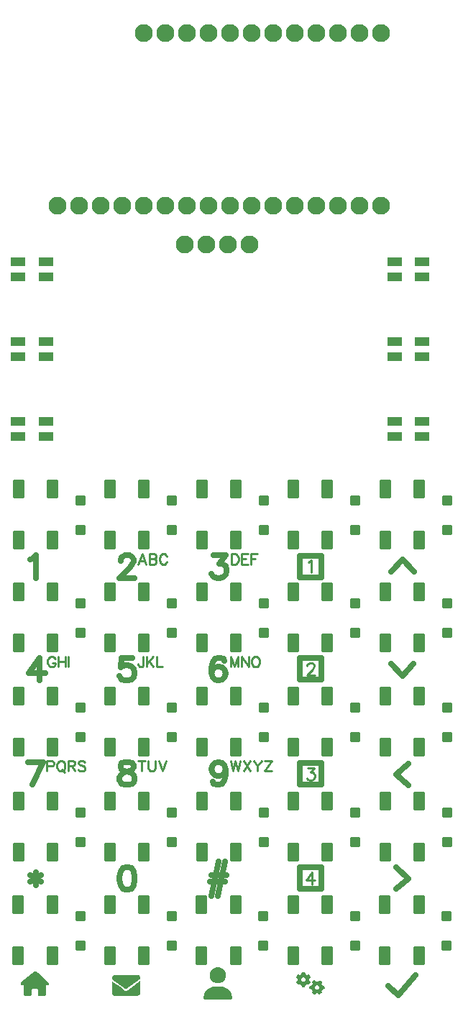
<source format=gts>
G04 Layer: TopSolderMaskLayer*
G04 EasyEDA v6.5.22, 2022-11-13 20:13:56*
G04 b6ff6bc9bab445359ce0fdefb00da0e9,a2731e2ff01b41edbee4f831c5fec297,10*
G04 Gerber Generator version 0.2*
G04 Scale: 100 percent, Rotated: No, Reflected: No *
G04 Dimensions in millimeters *
G04 leading zeros omitted , absolute positions ,4 integer and 5 decimal *
%FSLAX45Y45*%
%MOMM*%

%AMMACRO1*1,1,$1,$2,$3*1,1,$1,$4,$5*1,1,$1,0-$2,0-$3*1,1,$1,0-$4,0-$5*20,1,$1,$2,$3,$4,$5,0*20,1,$1,$4,$5,0-$2,0-$3,0*20,1,$1,0-$2,0-$3,0-$4,0-$5,0*20,1,$1,0-$4,0-$5,$2,$3,0*4,1,4,$2,$3,$4,$5,0-$2,0-$3,0-$4,0-$5,$2,$3,0*%
%ADD10C,0.6350*%
%ADD11C,0.2540*%
%ADD12MACRO1,0.1016X0.5X0.55X0.5X-0.55*%
%ADD13MACRO1,0.1016X-0.7725X0.4985X0.7725X0.4985*%
%ADD14MACRO1,0.1016X0.6X1.05X0.6X-1.05*%
%ADD15C,2.1016*%
%ADD16C,0.0124*%

%LPD*%
G36*
X878840Y515010D02*
G01*
X845058Y486257D01*
X724052Y381152D01*
X719226Y372262D01*
X719175Y361137D01*
X730656Y349656D01*
X756564Y349656D01*
X756564Y237236D01*
X762508Y225653D01*
X774598Y219405D01*
X834898Y220675D01*
X839317Y224637D01*
X841248Y226618D01*
X843229Y229260D01*
X845007Y232105D01*
X846429Y234899D01*
X849121Y241198D01*
X849121Y300177D01*
X858621Y311251D01*
X912418Y311251D01*
X921969Y300177D01*
X921969Y241198D01*
X924610Y234899D01*
X926033Y232105D01*
X927811Y229260D01*
X929792Y226618D01*
X931722Y224637D01*
X936142Y220675D01*
X996442Y219405D01*
X1008532Y225653D01*
X1014476Y237236D01*
X1014476Y349656D01*
X1039571Y349656D01*
X1049782Y357682D01*
X1052322Y371297D01*
X1049121Y376224D01*
X1042314Y382879D01*
X1026058Y397764D01*
X970483Y447395D01*
X921156Y490728D01*
X899210Y509371D01*
X891641Y515010D01*
G37*
G36*
X2103780Y471779D02*
G01*
X1813864Y471728D01*
X1800555Y462991D01*
X1792782Y448564D01*
X1792782Y442315D01*
X1793036Y439318D01*
X1793697Y435762D01*
X1794713Y432003D01*
X1795932Y428599D01*
X1799082Y421081D01*
X1951380Y306679D01*
X1967992Y307035D01*
X2116480Y418439D01*
X2123694Y429463D01*
X2126081Y446938D01*
X2116226Y464413D01*
G37*
G36*
X1792579Y398983D02*
G01*
X1793900Y251053D01*
X1802688Y236524D01*
X1820113Y224434D01*
X2092858Y223215D01*
X2111705Y232359D01*
X2124405Y250647D01*
X2125776Y398983D01*
X2121865Y396544D01*
X2019198Y319684D01*
X1997354Y303631D01*
X1978101Y290068D01*
X1969312Y285445D01*
X1948992Y285445D01*
X1940204Y290017D01*
X1929485Y297434D01*
X1886407Y329082D01*
X1824126Y375970D01*
X1796440Y396544D01*
G37*
G36*
X3027680Y560933D02*
G01*
X3007664Y554126D01*
X2996184Y549503D01*
X2992069Y547624D01*
X2984449Y543610D01*
X2958642Y516331D01*
X2946654Y485952D01*
X2946654Y445312D01*
X2958541Y414832D01*
X2989580Y383794D01*
X3020060Y371906D01*
X3060700Y371906D01*
X3091180Y383794D01*
X3122218Y414832D01*
X3134106Y445312D01*
X3134106Y485952D01*
X3122218Y516432D01*
X3091180Y547522D01*
X3060700Y558952D01*
G37*
G36*
X3088843Y334822D02*
G01*
X2989580Y334467D01*
X2975610Y330809D01*
X2968904Y328726D01*
X2960979Y325882D01*
X2952800Y322580D01*
X2945333Y319176D01*
X2929077Y311251D01*
X2898140Y280212D01*
X2881731Y249275D01*
X2876448Y225907D01*
X2875178Y218744D01*
X2874365Y212242D01*
X2874060Y207314D01*
X2874010Y197916D01*
X2879648Y185521D01*
X2892044Y179882D01*
X3188716Y179882D01*
X3201111Y185521D01*
X3206750Y197916D01*
X3206699Y207314D01*
X3206394Y212242D01*
X3205581Y218744D01*
X3202838Y232968D01*
X3198977Y249275D01*
X3182620Y280212D01*
X3151682Y311251D01*
X3135376Y319176D01*
X3127908Y322580D01*
X3119475Y325882D01*
X3111144Y328828D01*
X3103981Y330962D01*
G37*
G36*
X4046067Y505714D02*
G01*
X4040378Y505155D01*
X4030268Y503174D01*
X4027525Y495858D01*
X4025900Y490169D01*
X4024223Y481939D01*
X4005529Y470306D01*
X3994454Y473100D01*
X3987596Y474218D01*
X3979621Y474370D01*
X3973118Y465582D01*
X3969156Y458724D01*
X3964787Y448665D01*
X3966870Y440486D01*
X3980434Y429717D01*
X3980331Y417728D01*
X4022750Y417728D01*
X4023360Y422960D01*
X4025188Y428498D01*
X4027779Y434695D01*
X4039717Y441959D01*
X4055922Y441959D01*
X4066997Y435203D01*
X4072991Y422554D01*
X4072991Y417830D01*
X4072788Y415493D01*
X4071467Y409803D01*
X4068013Y401167D01*
X4056176Y392734D01*
X4039463Y392734D01*
X4027627Y401167D01*
X4025137Y407111D01*
X4023309Y412597D01*
X4022750Y417728D01*
X3980331Y417728D01*
X3980179Y405841D01*
X3965092Y392023D01*
X3965092Y383540D01*
X3975912Y364693D01*
X3984599Y359003D01*
X4003903Y365099D01*
X4024172Y353618D01*
X4025900Y345287D01*
X4027474Y339750D01*
X4030065Y332740D01*
X4039006Y328676D01*
X4056634Y328676D01*
X4065524Y332740D01*
X4068165Y339750D01*
X4069689Y345287D01*
X4071416Y353618D01*
X4091686Y365099D01*
X4110990Y359003D01*
X4119575Y364591D01*
X4125976Y375818D01*
X4128973Y382828D01*
X4129786Y385521D01*
X4130852Y390906D01*
X4115460Y405841D01*
X4114901Y429666D01*
X4128820Y440842D01*
X4130801Y448665D01*
X4126433Y458724D01*
X4122470Y465582D01*
X4115968Y474370D01*
X4108043Y474218D01*
X4101134Y473100D01*
X4090060Y470306D01*
X4071365Y481939D01*
X4069689Y490169D01*
X4068064Y495858D01*
X4065320Y503174D01*
X4055719Y504951D01*
X4050537Y505510D01*
G37*
G36*
X4239666Y407517D02*
G01*
X4230370Y403961D01*
X4220210Y391617D01*
X4197807Y391617D01*
X4188002Y401472D01*
X4185107Y403910D01*
X4182567Y405688D01*
X4180738Y406552D01*
X4177436Y407416D01*
X4155998Y397306D01*
X4149750Y387756D01*
X4155846Y368401D01*
X4144568Y348437D01*
X4131818Y345338D01*
X4123334Y342747D01*
X4119727Y336092D01*
X4119727Y316484D01*
X4183786Y316484D01*
X4183786Y333451D01*
X4192219Y345236D01*
X4200398Y348640D01*
X4206087Y349961D01*
X4213707Y350266D01*
X4227068Y342696D01*
X4233062Y332587D01*
X4233062Y316992D01*
X4225798Y305054D01*
X4213402Y299872D01*
X4201566Y299923D01*
X4193336Y305155D01*
X4190847Y307289D01*
X4188612Y309575D01*
X4186936Y311708D01*
X4183786Y316484D01*
X4119727Y316484D01*
X4119727Y313283D01*
X4125163Y305562D01*
X4145279Y301040D01*
X4147058Y296570D01*
X4149902Y291439D01*
X4155846Y281736D01*
X4149750Y262382D01*
X4155795Y253187D01*
X4169105Y245668D01*
X4172762Y243941D01*
X4175810Y242773D01*
X4177842Y242366D01*
X4181043Y242316D01*
X4198010Y257708D01*
X4220260Y257556D01*
X4234738Y241858D01*
X4246524Y244195D01*
X4262678Y254152D01*
X4266844Y262483D01*
X4261205Y282295D01*
X4264406Y286918D01*
X4267403Y291947D01*
X4272483Y301244D01*
X4281881Y303123D01*
X4287621Y304800D01*
X4294124Y307594D01*
X4298238Y320090D01*
X4296511Y337718D01*
X4290212Y344678D01*
X4270806Y348691D01*
X4270806Y350875D01*
X4270451Y352247D01*
X4267911Y357174D01*
X4261256Y367080D01*
X4264152Y378307D01*
X4265269Y385165D01*
X4265422Y392734D01*
X4257192Y398678D01*
X4250334Y402590D01*
G37*
D10*
X833221Y5360644D02*
G01*
X858621Y5373344D01*
X896721Y5411444D01*
X896721Y5144744D01*
X1894839Y5347970D02*
G01*
X1894839Y5360670D01*
X1907539Y5386070D01*
X1920239Y5398770D01*
X1945640Y5411470D01*
X1996440Y5411470D01*
X2021840Y5398770D01*
X2034540Y5386070D01*
X2047240Y5360670D01*
X2047240Y5335270D01*
X2034540Y5309870D01*
X2009140Y5271770D01*
X1882139Y5144770D01*
X2059940Y5144770D01*
X2992120Y5411470D02*
G01*
X3131820Y5411470D01*
X3055620Y5309870D01*
X3093720Y5309870D01*
X3119120Y5297170D01*
X3131820Y5284470D01*
X3144520Y5246370D01*
X3144520Y5220970D01*
X3131820Y5182870D01*
X3106420Y5157470D01*
X3068320Y5144770D01*
X3030220Y5144770D01*
X2992120Y5157470D01*
X2979420Y5170170D01*
X2966720Y5195570D01*
D11*
X2150618Y5427853D02*
G01*
X2104390Y5306695D01*
X2150618Y5427853D02*
G01*
X2196845Y5306695D01*
X2121661Y5347080D02*
G01*
X2179320Y5347080D01*
X2234945Y5427853D02*
G01*
X2234945Y5306695D01*
X2234945Y5427853D02*
G01*
X2286761Y5427853D01*
X2304034Y5422011D01*
X2309875Y5416422D01*
X2315718Y5404738D01*
X2315718Y5393309D01*
X2309875Y5381625D01*
X2304034Y5375782D01*
X2286761Y5370195D01*
X2234945Y5370195D02*
G01*
X2286761Y5370195D01*
X2304034Y5364353D01*
X2309875Y5358511D01*
X2315718Y5347080D01*
X2315718Y5329809D01*
X2309875Y5318125D01*
X2304034Y5312282D01*
X2286761Y5306695D01*
X2234945Y5306695D01*
X2440431Y5398896D02*
G01*
X2434590Y5410580D01*
X2423159Y5422011D01*
X2411475Y5427853D01*
X2388361Y5427853D01*
X2376931Y5422011D01*
X2365247Y5410580D01*
X2359659Y5398896D01*
X2353818Y5381625D01*
X2353818Y5352922D01*
X2359659Y5335396D01*
X2365247Y5323967D01*
X2376931Y5312282D01*
X2388361Y5306695D01*
X2411475Y5306695D01*
X2423159Y5312282D01*
X2434590Y5323967D01*
X2440431Y5335396D01*
X3201670Y5427979D02*
G01*
X3201670Y5306568D01*
X3201670Y5427979D02*
G01*
X3242056Y5427979D01*
X3259327Y5422137D01*
X3271011Y5410454D01*
X3276600Y5399023D01*
X3282441Y5381752D01*
X3282441Y5352795D01*
X3276600Y5335523D01*
X3271011Y5323839D01*
X3259327Y5312410D01*
X3242056Y5306568D01*
X3201670Y5306568D01*
X3320541Y5427979D02*
G01*
X3320541Y5306568D01*
X3320541Y5427979D02*
G01*
X3395725Y5427979D01*
X3320541Y5370068D02*
G01*
X3366770Y5370068D01*
X3320541Y5306568D02*
G01*
X3395725Y5306568D01*
X3433825Y5427979D02*
G01*
X3433825Y5306568D01*
X3433825Y5427979D02*
G01*
X3508756Y5427979D01*
X3433825Y5370068D02*
G01*
X3479800Y5370068D01*
D10*
X942339Y4202429D02*
G01*
X815339Y4024629D01*
X1005839Y4024629D01*
X942339Y4202429D02*
G01*
X942339Y3935729D01*
D11*
X1124204Y4189984D02*
G01*
X1118362Y4201413D01*
X1106931Y4213097D01*
X1095247Y4218939D01*
X1072134Y4218939D01*
X1060704Y4213097D01*
X1049020Y4201413D01*
X1043431Y4189984D01*
X1037589Y4172712D01*
X1037589Y4143755D01*
X1043431Y4126484D01*
X1049020Y4114800D01*
X1060704Y4103370D01*
X1072134Y4097528D01*
X1095247Y4097528D01*
X1106931Y4103370D01*
X1118362Y4114800D01*
X1124204Y4126484D01*
X1124204Y4143755D01*
X1095247Y4143755D02*
G01*
X1124204Y4143755D01*
X1162304Y4218939D02*
G01*
X1162304Y4097528D01*
X1243076Y4218939D02*
G01*
X1243076Y4097528D01*
X1162304Y4161028D02*
G01*
X1243076Y4161028D01*
X1281176Y4218939D02*
G01*
X1281176Y4097528D01*
D10*
X2034540Y4202429D02*
G01*
X1907539Y4202429D01*
X1894839Y4088129D01*
X1907539Y4100829D01*
X1945640Y4113529D01*
X1983740Y4113529D01*
X2021840Y4100829D01*
X2047240Y4075429D01*
X2059940Y4037329D01*
X2059940Y4011929D01*
X2047240Y3973829D01*
X2021840Y3948429D01*
X1983740Y3935729D01*
X1945640Y3935729D01*
X1907539Y3948429D01*
X1894839Y3961129D01*
X1882139Y3986529D01*
D11*
X2162047Y4218939D02*
G01*
X2162047Y4126484D01*
X2156459Y4109212D01*
X2150618Y4103370D01*
X2138934Y4097528D01*
X2127504Y4097528D01*
X2115820Y4103370D01*
X2110231Y4109212D01*
X2104390Y4126484D01*
X2104390Y4137913D01*
X2200147Y4218939D02*
G01*
X2200147Y4097528D01*
X2280920Y4218939D02*
G01*
X2200147Y4137913D01*
X2229104Y4166870D02*
G01*
X2280920Y4097528D01*
X2319020Y4218939D02*
G01*
X2319020Y4097528D01*
X2319020Y4097528D02*
G01*
X2388361Y4097528D01*
X3188970Y4218939D02*
G01*
X3188970Y4097528D01*
X3188970Y4218939D02*
G01*
X3235197Y4097528D01*
X3281425Y4218939D02*
G01*
X3235197Y4097528D01*
X3281425Y4218939D02*
G01*
X3281425Y4097528D01*
X3319525Y4218939D02*
G01*
X3319525Y4097528D01*
X3319525Y4218939D02*
G01*
X3400297Y4097528D01*
X3400297Y4218939D02*
G01*
X3400297Y4097528D01*
X3472941Y4218939D02*
G01*
X3461511Y4213097D01*
X3449827Y4201413D01*
X3444240Y4189984D01*
X3438397Y4172712D01*
X3438397Y4143755D01*
X3444240Y4126484D01*
X3449827Y4114800D01*
X3461511Y4103370D01*
X3472941Y4097528D01*
X3496056Y4097528D01*
X3507740Y4103370D01*
X3519170Y4114800D01*
X3525011Y4126484D01*
X3530600Y4143755D01*
X3530600Y4172712D01*
X3525011Y4189984D01*
X3519170Y4201413D01*
X3507740Y4213097D01*
X3496056Y4218939D01*
X3472941Y4218939D01*
D10*
X3119120Y4164329D02*
G01*
X3106420Y4189729D01*
X3068320Y4202429D01*
X3042920Y4202429D01*
X3004820Y4189729D01*
X2979420Y4151629D01*
X2966720Y4088129D01*
X2966720Y4024629D01*
X2979420Y3973829D01*
X3004820Y3948429D01*
X3042920Y3935729D01*
X3055620Y3935729D01*
X3093720Y3948429D01*
X3119120Y3973829D01*
X3131820Y4011929D01*
X3131820Y4024629D01*
X3119120Y4062729D01*
X3093720Y4088129D01*
X3055620Y4100829D01*
X3042920Y4100829D01*
X3004820Y4088129D01*
X2979420Y4062729D01*
X2966720Y4024629D01*
D11*
X1028700Y2992120D02*
G01*
X1028700Y2870707D01*
X1028700Y2992120D02*
G01*
X1080770Y2992120D01*
X1098042Y2986278D01*
X1103629Y2980436D01*
X1109471Y2969005D01*
X1109471Y2951479D01*
X1103629Y2940050D01*
X1098042Y2934207D01*
X1080770Y2928620D01*
X1028700Y2928620D01*
X1182370Y2992120D02*
G01*
X1170686Y2986278D01*
X1159255Y2974594D01*
X1153413Y2963163D01*
X1147571Y2945892D01*
X1147571Y2916936D01*
X1153413Y2899663D01*
X1159255Y2887979D01*
X1170686Y2876550D01*
X1182370Y2870707D01*
X1205229Y2870707D01*
X1216913Y2876550D01*
X1228344Y2887979D01*
X1234186Y2899663D01*
X1240028Y2916936D01*
X1240028Y2945892D01*
X1234186Y2963163D01*
X1228344Y2974594D01*
X1216913Y2986278D01*
X1205229Y2992120D01*
X1182370Y2992120D01*
X1199642Y2893821D02*
G01*
X1234186Y2859278D01*
X1278128Y2992120D02*
G01*
X1278128Y2870707D01*
X1278128Y2992120D02*
G01*
X1329944Y2992120D01*
X1347470Y2986278D01*
X1353057Y2980436D01*
X1358900Y2969005D01*
X1358900Y2957321D01*
X1353057Y2945892D01*
X1347470Y2940050D01*
X1329944Y2934207D01*
X1278128Y2934207D01*
X1318513Y2934207D02*
G01*
X1358900Y2870707D01*
X1477771Y2974594D02*
G01*
X1466342Y2986278D01*
X1449070Y2992120D01*
X1425955Y2992120D01*
X1408429Y2986278D01*
X1397000Y2974594D01*
X1397000Y2963163D01*
X1402842Y2951479D01*
X1408429Y2945892D01*
X1420113Y2940050D01*
X1454657Y2928620D01*
X1466342Y2922778D01*
X1471929Y2916936D01*
X1477771Y2905505D01*
X1477771Y2887979D01*
X1466342Y2876550D01*
X1449070Y2870707D01*
X1425955Y2870707D01*
X1408429Y2876550D01*
X1397000Y2887979D01*
D10*
X984250Y2975610D02*
G01*
X857250Y2708910D01*
X806450Y2975610D02*
G01*
X984250Y2975610D01*
X1945640Y2975610D02*
G01*
X1907539Y2962910D01*
X1894839Y2937510D01*
X1894839Y2912110D01*
X1907539Y2886710D01*
X1932940Y2874010D01*
X1983740Y2861310D01*
X2021840Y2848610D01*
X2047240Y2823210D01*
X2059940Y2797810D01*
X2059940Y2759710D01*
X2047240Y2734310D01*
X2034540Y2721610D01*
X1996440Y2708910D01*
X1945640Y2708910D01*
X1907539Y2721610D01*
X1894839Y2734310D01*
X1882139Y2759710D01*
X1882139Y2797810D01*
X1894839Y2823210D01*
X1920239Y2848610D01*
X1958340Y2861310D01*
X2009140Y2874010D01*
X2034540Y2886710D01*
X2047240Y2912110D01*
X2047240Y2937510D01*
X2034540Y2962910D01*
X1996440Y2975610D01*
X1945640Y2975610D01*
D11*
X2144775Y2992120D02*
G01*
X2144775Y2870707D01*
X2104390Y2992120D02*
G01*
X2185161Y2992120D01*
X2223261Y2992120D02*
G01*
X2223261Y2905505D01*
X2229104Y2887979D01*
X2240534Y2876550D01*
X2258059Y2870707D01*
X2269490Y2870707D01*
X2286761Y2876550D01*
X2298445Y2887979D01*
X2304034Y2905505D01*
X2304034Y2992120D01*
X2342134Y2992120D02*
G01*
X2388361Y2870707D01*
X2434590Y2992120D02*
G01*
X2388361Y2870707D01*
X3188970Y2992120D02*
G01*
X3217925Y2870707D01*
X3246627Y2992120D02*
G01*
X3217925Y2870707D01*
X3246627Y2992120D02*
G01*
X3275584Y2870707D01*
X3304540Y2992120D02*
G01*
X3275584Y2870707D01*
X3342640Y2992120D02*
G01*
X3423411Y2870707D01*
X3423411Y2992120D02*
G01*
X3342640Y2870707D01*
X3461511Y2992120D02*
G01*
X3507740Y2934207D01*
X3507740Y2870707D01*
X3553713Y2992120D02*
G01*
X3507740Y2934207D01*
X3672840Y2992120D02*
G01*
X3591813Y2870707D01*
X3591813Y2992120D02*
G01*
X3672840Y2992120D01*
X3591813Y2870707D02*
G01*
X3672840Y2870707D01*
D10*
X3131820Y2886710D02*
G01*
X3119120Y2848610D01*
X3093720Y2823210D01*
X3055620Y2810510D01*
X3042920Y2810510D01*
X3004820Y2823210D01*
X2979420Y2848610D01*
X2966720Y2886710D01*
X2966720Y2899410D01*
X2979420Y2937510D01*
X3004820Y2962910D01*
X3042920Y2975610D01*
X3055620Y2975610D01*
X3093720Y2962910D01*
X3119120Y2937510D01*
X3131820Y2886710D01*
X3131820Y2823210D01*
X3119120Y2759710D01*
X3093720Y2721610D01*
X3055620Y2708910D01*
X3030220Y2708910D01*
X2992120Y2721610D01*
X2979420Y2747010D01*
X896620Y1681479D02*
G01*
X896620Y1529079D01*
X833120Y1643379D02*
G01*
X960120Y1567179D01*
X960120Y1643379D02*
G01*
X833120Y1567179D01*
X3050540Y1808479D02*
G01*
X2961640Y1402079D01*
X3126740Y1808479D02*
G01*
X3037840Y1402079D01*
X2961640Y1643379D02*
G01*
X3139440Y1643379D01*
X2948940Y1567179D02*
G01*
X3126740Y1567179D01*
X1958340Y1739900D02*
G01*
X1920239Y1727200D01*
X1894839Y1689100D01*
X1882139Y1625600D01*
X1882139Y1587500D01*
X1894839Y1524000D01*
X1920239Y1485900D01*
X1958340Y1473200D01*
X1983740Y1473200D01*
X2021840Y1485900D01*
X2047240Y1524000D01*
X2059940Y1587500D01*
X2059940Y1625600D01*
X2047240Y1689100D01*
X2021840Y1727200D01*
X1983740Y1739900D01*
X1958340Y1739900D01*
D11*
X4147311Y1682750D02*
G01*
X4077970Y1585976D01*
X4181856Y1585976D01*
X4147311Y1682750D02*
G01*
X4147311Y1537462D01*
X4100829Y2909570D02*
G01*
X4177029Y2909570D01*
X4135374Y2854197D01*
X4156202Y2854197D01*
X4169918Y2847339D01*
X4177029Y2840481D01*
X4183888Y2819654D01*
X4183888Y2805684D01*
X4177029Y2785110D01*
X4163059Y2771139D01*
X4142231Y2764281D01*
X4121404Y2764281D01*
X4100829Y2771139D01*
X4093718Y2777997D01*
X4086859Y2791968D01*
X4093718Y4110736D02*
G01*
X4093718Y4117594D01*
X4100829Y4131563D01*
X4107688Y4138421D01*
X4121404Y4145279D01*
X4149090Y4145279D01*
X4163059Y4138421D01*
X4169918Y4131563D01*
X4177029Y4117594D01*
X4177029Y4103878D01*
X4169918Y4089907D01*
X4156202Y4069079D01*
X4086859Y3999992D01*
X4183888Y3999992D01*
X4104640Y5326634D02*
G01*
X4118609Y5333745D01*
X4139184Y5354320D01*
X4139184Y5209031D01*
D10*
X5045709Y340360D02*
G01*
X5167624Y234698D01*
X5365752Y464817D01*
X5081267Y5220967D02*
G01*
X5214617Y5363210D01*
X5347967Y5220967D01*
X5083809Y4133852D02*
G01*
X5217159Y3991610D01*
X5341617Y4133852D01*
X5281924Y2960367D02*
G01*
X5139682Y2827017D01*
X5281924Y2702560D01*
X5142224Y1738624D02*
G01*
X5284467Y1605274D01*
X5142224Y1480817D01*
D12*
G01*
X1422400Y2036305D03*
G01*
X1422400Y2383294D03*
G01*
X2501900Y2036305D03*
G01*
X2501900Y2383294D03*
G01*
X3581400Y2036305D03*
G01*
X3581400Y2383294D03*
G01*
X4660900Y2036305D03*
G01*
X4660900Y2383294D03*
G01*
X5740400Y2036305D03*
G01*
X5740400Y2383294D03*
G01*
X1421790Y814844D03*
G01*
X1421790Y1161834D03*
G01*
X2497912Y816648D03*
G01*
X2497912Y1163637D03*
G01*
X3577412Y816648D03*
G01*
X3577412Y1163637D03*
G01*
X4656912Y816648D03*
G01*
X4656912Y1163637D03*
G01*
X5736412Y816648D03*
G01*
X5736412Y1163637D03*
G01*
X5740400Y3268205D03*
G01*
X5740400Y3615194D03*
G01*
X2501900Y5706605D03*
G01*
X2501900Y6053594D03*
G01*
X3581400Y5706605D03*
G01*
X3581400Y6053594D03*
G01*
X4660900Y5706605D03*
G01*
X4660900Y6053594D03*
G01*
X5740400Y5706605D03*
G01*
X5740400Y6053594D03*
G01*
X1422400Y4500105D03*
G01*
X1422400Y4847094D03*
G01*
X2501900Y4500105D03*
G01*
X2501900Y4847094D03*
G01*
X3581400Y4500105D03*
G01*
X3581400Y4847094D03*
G01*
X4660900Y4500105D03*
G01*
X4660900Y4847094D03*
G01*
X5740400Y4500105D03*
G01*
X5740400Y4847094D03*
G01*
X1422400Y3268205D03*
G01*
X1422400Y3615194D03*
G01*
X2501900Y3268205D03*
G01*
X2501900Y3615194D03*
G01*
X3581400Y3268205D03*
G01*
X3581400Y3615194D03*
G01*
X4660900Y3268205D03*
G01*
X4660900Y3615194D03*
G01*
X1422400Y5706605D03*
G01*
X1422400Y6053594D03*
D13*
G01*
X687146Y7924901D03*
G01*
X687146Y7746898D03*
G01*
X1014653Y7746898D03*
G01*
X1014653Y7924901D03*
G01*
X687146Y6985101D03*
G01*
X687146Y6807098D03*
G01*
X1014653Y6807098D03*
G01*
X1014653Y6985101D03*
G01*
X5119446Y6985101D03*
G01*
X5119446Y6807098D03*
G01*
X5446953Y6807098D03*
G01*
X5446953Y6985101D03*
G01*
X5119446Y7924901D03*
G01*
X5119446Y7746898D03*
G01*
X5446953Y7746898D03*
G01*
X5446953Y7924901D03*
G01*
X5119446Y8864701D03*
G01*
X5119446Y8686698D03*
G01*
X5446953Y8686698D03*
G01*
X5446953Y8864701D03*
G01*
X687146Y8864701D03*
G01*
X687146Y8686698D03*
G01*
X1014653Y8686698D03*
G01*
X1014653Y8864701D03*
D14*
G01*
X5010810Y4383759D03*
G01*
X5010810Y4983759D03*
G01*
X5410809Y4383759D03*
G01*
X5410809Y4983759D03*
G01*
X3931310Y4383759D03*
G01*
X3931310Y4983759D03*
G01*
X4331309Y4383759D03*
G01*
X4331309Y4983759D03*
G01*
X2851810Y4383759D03*
G01*
X2851810Y4983759D03*
G01*
X3251809Y4383759D03*
G01*
X3251809Y4983759D03*
G01*
X1772310Y4383759D03*
G01*
X1772310Y4983759D03*
G01*
X2172309Y4383759D03*
G01*
X2172309Y4983759D03*
G01*
X692810Y4383759D03*
G01*
X692810Y4983759D03*
G01*
X1092809Y4383759D03*
G01*
X1092809Y4983759D03*
G01*
X692810Y5590259D03*
G01*
X692810Y6190259D03*
G01*
X1092809Y5590259D03*
G01*
X1092809Y6190259D03*
G01*
X1772310Y5590259D03*
G01*
X1772310Y6190259D03*
G01*
X2172309Y5590259D03*
G01*
X2172309Y6190259D03*
G01*
X2851810Y5590259D03*
G01*
X2851810Y6190259D03*
G01*
X3251809Y5590259D03*
G01*
X3251809Y6190259D03*
G01*
X3931310Y5590259D03*
G01*
X3931310Y6190259D03*
G01*
X4331309Y5590259D03*
G01*
X4331309Y6190259D03*
G01*
X5010810Y5590259D03*
G01*
X5010810Y6190259D03*
G01*
X5410809Y5590259D03*
G01*
X5410809Y6190259D03*
G01*
X692810Y3151859D03*
G01*
X692810Y3751859D03*
G01*
X1092809Y3151859D03*
G01*
X1092809Y3751859D03*
G01*
X1772310Y3151859D03*
G01*
X1772310Y3751859D03*
G01*
X2172309Y3151859D03*
G01*
X2172309Y3751859D03*
G01*
X2851810Y3151859D03*
G01*
X2851810Y3751859D03*
G01*
X3251809Y3151859D03*
G01*
X3251809Y3751859D03*
G01*
X3931310Y3151859D03*
G01*
X3931310Y3751859D03*
G01*
X4331309Y3151859D03*
G01*
X4331309Y3751859D03*
G01*
X5010810Y3151859D03*
G01*
X5010810Y3751859D03*
G01*
X5410809Y3151859D03*
G01*
X5410809Y3751859D03*
G01*
X692810Y1919959D03*
G01*
X692810Y2519959D03*
G01*
X1092809Y1919959D03*
G01*
X1092809Y2519959D03*
G01*
X1772310Y1919959D03*
G01*
X1772310Y2519959D03*
G01*
X2172309Y1919959D03*
G01*
X2172309Y2519959D03*
G01*
X2851810Y1919959D03*
G01*
X2851810Y2519959D03*
G01*
X3251809Y1919959D03*
G01*
X3251809Y2519959D03*
G01*
X3931310Y1919959D03*
G01*
X3931310Y2519959D03*
G01*
X4331309Y1919959D03*
G01*
X4331309Y2519959D03*
G01*
X5010810Y1919959D03*
G01*
X5010810Y2519959D03*
G01*
X5410809Y1919959D03*
G01*
X5410809Y2519959D03*
G01*
X688822Y700302D03*
G01*
X688822Y1300302D03*
G01*
X1088821Y700302D03*
G01*
X1088821Y1300302D03*
G01*
X1768322Y700302D03*
G01*
X1768322Y1300302D03*
G01*
X2168321Y700302D03*
G01*
X2168321Y1300302D03*
G01*
X2847822Y700302D03*
G01*
X2847822Y1300302D03*
G01*
X3247821Y700302D03*
G01*
X3247821Y1300302D03*
G01*
X3927322Y700302D03*
G01*
X3927322Y1300302D03*
G01*
X4327321Y700302D03*
G01*
X4327321Y1300302D03*
G01*
X5006822Y700302D03*
G01*
X5006822Y1300302D03*
G01*
X5406821Y700302D03*
G01*
X5406821Y1300302D03*
D15*
G01*
X2654300Y9067800D03*
G01*
X2908300Y9067800D03*
G01*
X3162300Y9067800D03*
G01*
X3416300Y9067800D03*
G01*
X4965700Y11557000D03*
G01*
X4711700Y11557000D03*
G01*
X4457700Y11557000D03*
G01*
X4203700Y11557000D03*
G01*
X3949700Y11557000D03*
G01*
X3695700Y11557000D03*
G01*
X3441700Y11557000D03*
G01*
X3187700Y11557000D03*
G01*
X2933700Y11557000D03*
G01*
X2679700Y11557000D03*
G01*
X2425700Y11557000D03*
G01*
X2171700Y11557000D03*
G01*
X4965700Y9525000D03*
G01*
X4711700Y9525000D03*
G01*
X4457700Y9525000D03*
G01*
X4203700Y9525000D03*
G01*
X3949700Y9525000D03*
G01*
X3695700Y9525000D03*
G01*
X3441700Y9525000D03*
G01*
X3187700Y9525000D03*
G01*
X2933700Y9525000D03*
G01*
X2679700Y9525000D03*
G01*
X2425700Y9525000D03*
G01*
X2171700Y9525000D03*
G01*
X1917700Y9525000D03*
G01*
X1663700Y9525000D03*
G01*
X1409700Y9525000D03*
G01*
X1155700Y9525000D03*
D10*
X4006850Y5405120D02*
G01*
X4260850Y5405120D01*
X4260850Y5151120D01*
X4006850Y5151120D01*
X4006850Y5405120D01*
X4006850Y4198620D02*
G01*
X4260850Y4198620D01*
X4260850Y3944620D01*
X4006850Y3944620D01*
X4006850Y4198620D01*
X4006850Y2966720D02*
G01*
X4260850Y2966720D01*
X4260850Y2712720D01*
X4006850Y2712720D01*
X4006850Y2966720D01*
X4006850Y1734820D02*
G01*
X4260850Y1734820D01*
X4260850Y1480820D01*
X4006850Y1480820D01*
X4006850Y1734820D01*
M02*

</source>
